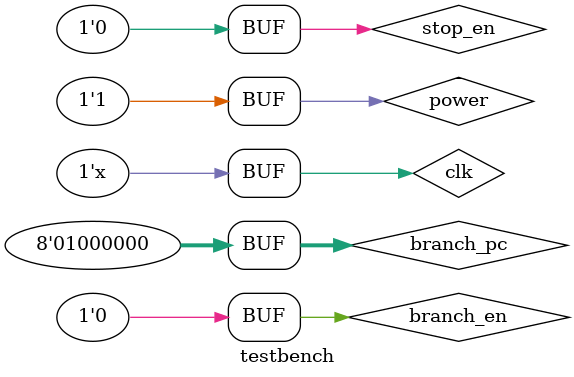
<source format=sv>




module testbench;
   wire [7:0] pc, next_pc;
   reg 	power, clk, branch_en, stop_en;
   reg [7:0] 	branch_pc;

P_C uut(pc, power, clk, branch_pc, branch_en, stop_en, next_pc);

//initial begin
//clk = 1;
//forever #5 clk = ~clk;
//end

initial begin

	clk = 1;

	power = 0; stop_en = 0; branch_en = 0;
	branch_pc =8'b00000000;
	#10;

	power = 1'b0; stop_en =1'b0 ; branch_en = 1'b1 ;
	branch_pc =8'b00000001;
	#10;

	power = 1'b0; stop_en = 1'b1; branch_en = 1'b0;
	branch_pc =8'b00000010;
	#10;

	power = 1'b0; stop_en = 1'b1; branch_en = 1'b1;
	branch_pc =8'b00000011;
	#10;

	power= 1'b1; stop_en = 1'b0; branch_en = 1'b0;
	branch_pc =8'b00000100;
	#10;

	power= 1'b1; stop_en = 1'b0; branch_en = 1'b1;
	branch_pc =8'b00000101;
	#10;

	power= 1'b1; stop_en = 1'b1; branch_en = 1'b0;
	//branch_pc =8'bxxxxxxxx;
	branch_pc =8'b00001000;
	#10;

	power= 1'b1; stop_en = 1'b1; branch_en = 1'b1;
	branch_pc =8'b10000000;
	#10;

	power= 1'b1; stop_en = 1'b0; branch_en = 1'b1;
	branch_pc =8'b11111111;
	#10;

	power= 1'b1; stop_en = 1'b0; branch_en = 1'b0;
	//branch_pc =8'bzzzzzzzz;
	branch_pc =8'b01000000;
	#10;

end

always #5 clk = ~clk;

endmodule

</source>
